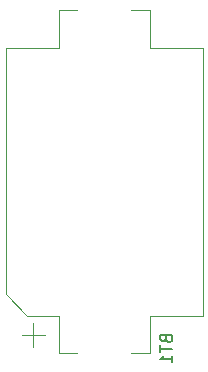
<source format=gbr>
%TF.GenerationSoftware,KiCad,Pcbnew,(6.0.9-0)*%
%TF.CreationDate,2023-01-14T11:07:59-05:00*%
%TF.ProjectId,JF-PimpleClock,4a462d50-696d-4706-9c65-436c6f636b2e,rev?*%
%TF.SameCoordinates,Original*%
%TF.FileFunction,Legend,Bot*%
%TF.FilePolarity,Positive*%
%FSLAX46Y46*%
G04 Gerber Fmt 4.6, Leading zero omitted, Abs format (unit mm)*
G04 Created by KiCad (PCBNEW (6.0.9-0)) date 2023-01-14 11:07:59*
%MOMM*%
%LPD*%
G01*
G04 APERTURE LIST*
G04 Aperture macros list*
%AMRoundRect*
0 Rectangle with rounded corners*
0 $1 Rounding radius*
0 $2 $3 $4 $5 $6 $7 $8 $9 X,Y pos of 4 corners*
0 Add a 4 corners polygon primitive as box body*
4,1,4,$2,$3,$4,$5,$6,$7,$8,$9,$2,$3,0*
0 Add four circle primitives for the rounded corners*
1,1,$1+$1,$2,$3*
1,1,$1+$1,$4,$5*
1,1,$1+$1,$6,$7*
1,1,$1+$1,$8,$9*
0 Add four rect primitives between the rounded corners*
20,1,$1+$1,$2,$3,$4,$5,0*
20,1,$1+$1,$4,$5,$6,$7,0*
20,1,$1+$1,$6,$7,$8,$9,0*
20,1,$1+$1,$8,$9,$2,$3,0*%
G04 Aperture macros list end*
%ADD10C,0.150000*%
%ADD11C,0.120000*%
%ADD12R,1.700000X1.700000*%
%ADD13O,1.700000X1.700000*%
%ADD14C,0.600000*%
%ADD15R,1.070000X1.800000*%
%ADD16O,1.070000X1.800000*%
%ADD17C,1.450000*%
%ADD18O,1.200000X1.900000*%
%ADD19C,1.524000*%
%ADD20RoundRect,0.250000X-0.350000X-0.625000X0.350000X-0.625000X0.350000X0.625000X-0.350000X0.625000X0*%
%ADD21O,1.200000X1.750000*%
%ADD22C,1.400000*%
%ADD23R,3.600000X2.600000*%
G04 APERTURE END LIST*
D10*
%TO.C,BT1*%
X169566571Y111120714D02*
X169614190Y110977857D01*
X169661809Y110930238D01*
X169757047Y110882619D01*
X169899904Y110882619D01*
X169995142Y110930238D01*
X170042761Y110977857D01*
X170090380Y111073095D01*
X170090380Y111454047D01*
X169090380Y111454047D01*
X169090380Y111120714D01*
X169138000Y111025476D01*
X169185619Y110977857D01*
X169280857Y110930238D01*
X169376095Y110930238D01*
X169471333Y110977857D01*
X169518952Y111025476D01*
X169566571Y111120714D01*
X169566571Y111454047D01*
X169090380Y110596904D02*
X169090380Y110025476D01*
X170090380Y110311190D02*
X169090380Y110311190D01*
X170090380Y109168333D02*
X170090380Y109739761D01*
X170090380Y109454047D02*
X169090380Y109454047D01*
X169233238Y109549285D01*
X169328476Y109644523D01*
X169376095Y109739761D01*
D11*
X172688000Y113110000D02*
X168188000Y113110000D01*
X172688000Y135810000D02*
X168188000Y135810000D01*
X160488000Y139010000D02*
X162038000Y139010000D01*
X168188000Y113110000D02*
X168188000Y109910000D01*
X168188000Y135810000D02*
X168188000Y139010000D01*
X172688000Y113110000D02*
X172688000Y135810000D01*
X157788000Y113110000D02*
X160488000Y113110000D01*
X159338000Y111460000D02*
X157338000Y111460000D01*
X155988000Y135810000D02*
X155988000Y114910000D01*
X155988000Y135810000D02*
X160488000Y135810000D01*
X168188000Y139010000D02*
X166638000Y139010000D01*
X160488000Y109910000D02*
X162038000Y109910000D01*
X160488000Y135810000D02*
X160488000Y139010000D01*
X158338000Y112460000D02*
X158338000Y110460000D01*
X155988000Y114910000D02*
X157788000Y113110000D01*
X168188000Y109910000D02*
X166638000Y109910000D01*
X160488000Y113110000D02*
X160488000Y109910000D01*
%TD*%
%LPC*%
D10*
%TO.C,U3*%
X143510000Y67056000D02*
X143510000Y89916000D01*
X143510000Y89916000D02*
X166370000Y89916000D01*
X166370000Y89916000D02*
X166370000Y67056000D01*
X166370000Y67056000D02*
X143510000Y67056000D01*
%TD*%
D12*
%TO.C,J1*%
X148336000Y92964000D03*
D13*
X150876000Y92964000D03*
X153416000Y92964000D03*
X155956000Y92964000D03*
X158496000Y92964000D03*
X161036000Y92964000D03*
%TD*%
D14*
%TO.C,U5*%
X168672000Y52545500D03*
X168172000Y53295500D03*
X169172000Y53295500D03*
X169172000Y51795500D03*
X168172000Y51795500D03*
%TD*%
D15*
%TO.C,Dh2*%
X81910000Y180594000D03*
D16*
X80640000Y180594000D03*
X79370000Y180594000D03*
X78100000Y180594000D03*
%TD*%
D17*
%TO.C,J4*%
X152344000Y27846000D03*
D18*
X153344000Y25146000D03*
D17*
X147344000Y27846000D03*
D18*
X146344000Y25146000D03*
%TD*%
D19*
%TO.C,U3*%
X146050000Y87376000D03*
X146050000Y84836000D03*
X146050000Y82296000D03*
X146050000Y79756000D03*
X146050000Y77216000D03*
X146050000Y74676000D03*
X146050000Y72136000D03*
X146050000Y69596000D03*
X163830000Y69596000D03*
X163830000Y72136000D03*
X163830000Y74676000D03*
X163830000Y77216000D03*
X163830000Y79756000D03*
X163830000Y82296000D03*
X163830000Y84836000D03*
X163830000Y87376000D03*
%TD*%
D15*
%TO.C,Dm3*%
X89530000Y156718000D03*
D16*
X88260000Y156718000D03*
X86990000Y156718000D03*
X85720000Y156718000D03*
%TD*%
D15*
%TO.C,Dm4*%
X104262000Y160528000D03*
D16*
X102992000Y160528000D03*
X101722000Y160528000D03*
X100452000Y160528000D03*
%TD*%
D15*
%TO.C,Dm5*%
X119756000Y162306000D03*
D16*
X118486000Y162306000D03*
X117216000Y162306000D03*
X115946000Y162306000D03*
%TD*%
D15*
%TO.C,Dm2*%
X74036000Y156464000D03*
D16*
X72766000Y156464000D03*
X71496000Y156464000D03*
X70226000Y156464000D03*
%TD*%
D15*
%TO.C,Dm1*%
X56002000Y155702000D03*
D16*
X54732000Y155702000D03*
X53462000Y155702000D03*
X52192000Y155702000D03*
%TD*%
D20*
%TO.C,J2*%
X157242000Y35216000D03*
D21*
X159242000Y35216000D03*
%TD*%
D22*
%TO.C,J3*%
X141478000Y73894000D03*
X141478000Y71354000D03*
%TD*%
D15*
%TO.C,Dh3*%
X96896000Y181610000D03*
D16*
X95626000Y181610000D03*
X94356000Y181610000D03*
X93086000Y181610000D03*
%TD*%
D15*
%TO.C,Dh1*%
X64892000Y178562000D03*
D16*
X63622000Y178562000D03*
X62352000Y178562000D03*
X61082000Y178562000D03*
%TD*%
D15*
%TO.C,Dm6*%
X131064000Y163068000D03*
D16*
X129794000Y163068000D03*
X128524000Y163068000D03*
X127254000Y163068000D03*
%TD*%
D15*
%TO.C,Dh4*%
X112898000Y183896000D03*
D16*
X111628000Y183896000D03*
X110358000Y183896000D03*
X109088000Y183896000D03*
%TD*%
D23*
%TO.C,BT1*%
X164338000Y109810000D03*
X164338000Y139110000D03*
%TD*%
M02*

</source>
